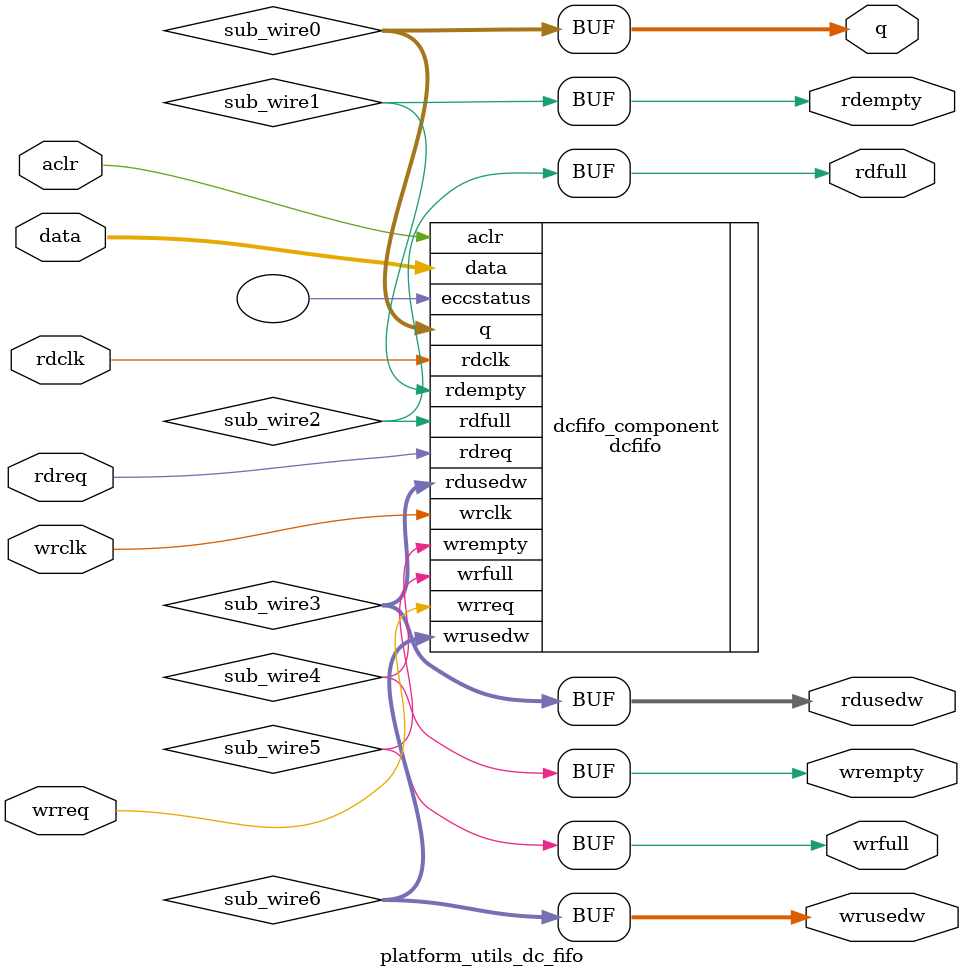
<source format=sv>




// synopsys translate_off
`timescale 1 ps / 1 ps
// synopsys translate_on

module platform_utils_dc_fifo
  #(
    parameter DATA_WIDTH = 32,
    parameter DEPTH_RADIX = 9
    )
   (
    aclr,
    data,
    rdclk,
    rdreq,
    wrclk,
    wrreq,
    q,
    rdempty,
    rdfull,
    rdusedw,
    wrempty,
    wrfull,
    wrusedw);

   input    aclr;
   input [DATA_WIDTH-1:0] data;
   input 		  rdclk;
   input 		  rdreq;
   input 		  wrclk;
   input 		  wrreq;
   output [DATA_WIDTH-1:0] q;
   output 		   rdempty;
   output 		   rdfull;
   output [DEPTH_RADIX-1:0] rdusedw;
   output 		    wrempty;
   output 		    wrfull;
   output [DEPTH_RADIX-1:0] wrusedw;
`ifndef ALTERA_RESERVED_QIS
   // synopsys translate_off
`endif
   tri0 		    aclr;
`ifndef ALTERA_RESERVED_QIS
   // synopsys translate_on
`endif
   
   wire [DATA_WIDTH-1:0]    sub_wire0;
   wire 		    sub_wire1;
   wire 		    sub_wire2;
   wire [DEPTH_RADIX-1:0]   sub_wire3;
   wire 		    sub_wire4;
   wire 		    sub_wire5;
   wire [DEPTH_RADIX-1:0]   sub_wire6;
   wire [DATA_WIDTH-1:0]    q = sub_wire0[DATA_WIDTH-1:0];
   wire 		    rdempty = sub_wire1;
   wire 		    rdfull = sub_wire2;
   wire [DEPTH_RADIX-1:0]   rdusedw = sub_wire3[DEPTH_RADIX-1:0];
   wire 		    wrempty = sub_wire4;
   wire 		    wrfull = sub_wire5;
   wire [DEPTH_RADIX-1:0]   wrusedw = sub_wire6[DEPTH_RADIX-1:0];

   dcfifo  dcfifo_component (
			     .aclr (aclr),
			     .data (data),
			     .rdclk (rdclk),
			     .rdreq (rdreq),
			     .wrclk (wrclk),
			     .wrreq (wrreq),
			     .q (sub_wire0),
			     .rdempty (sub_wire1),
			     .rdfull (sub_wire2),
			     .rdusedw (sub_wire3),
			     .wrempty (sub_wire4),
			     .wrfull (sub_wire5),
			     .wrusedw (sub_wire6),
			     .eccstatus ());
   defparam
     dcfifo_component.add_usedw_msb_bit  = "ON",
     dcfifo_component.enable_ecc  = "FALSE",
     dcfifo_component.lpm_hint  = "DISABLE_DCFIFO_EMBEDDED_TIMING_CONSTRAINT=TRUE",
     dcfifo_component.lpm_numwords  = 2**DEPTH_RADIX,
     dcfifo_component.lpm_showahead  = "OFF",
     dcfifo_component.lpm_type  = "dcfifo",
     dcfifo_component.lpm_width  = DATA_WIDTH,
     dcfifo_component.lpm_widthu  = DEPTH_RADIX,
     dcfifo_component.overflow_checking  = "ON",
     dcfifo_component.rdsync_delaypipe  = 5,
     dcfifo_component.read_aclr_synch  = "ON",
     dcfifo_component.underflow_checking  = "ON",
     dcfifo_component.use_eab  = "ON",
     dcfifo_component.write_aclr_synch  = "ON",
     dcfifo_component.wrsync_delaypipe  = 5;


endmodule

</source>
